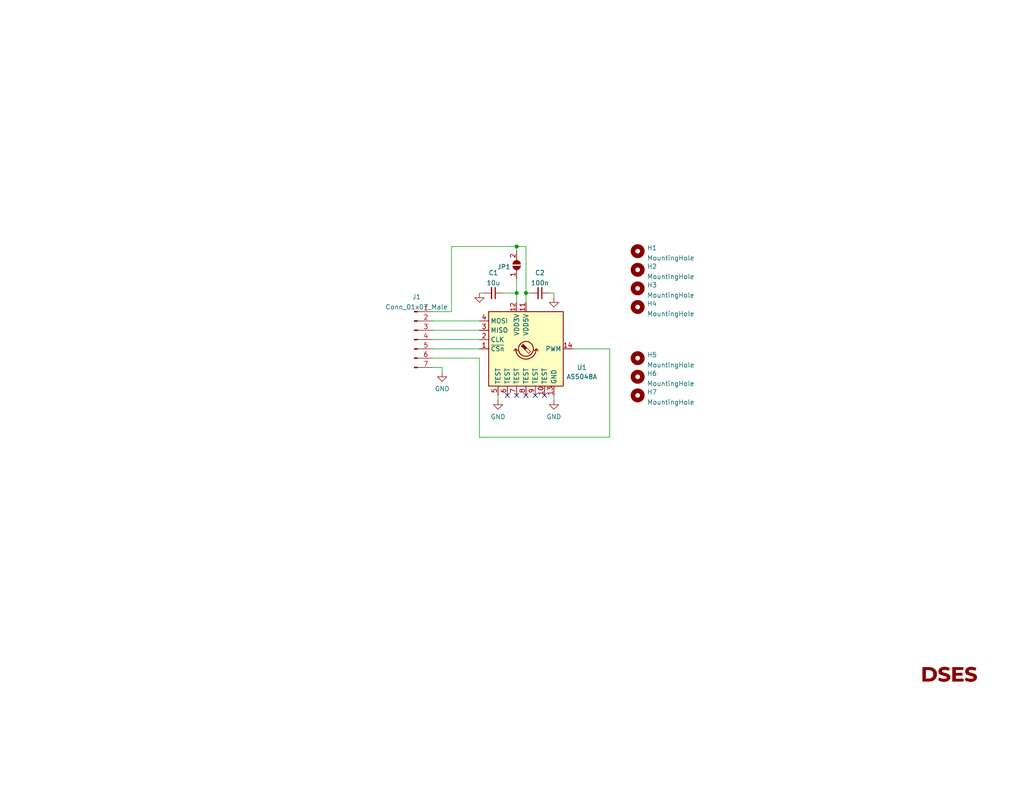
<source format=kicad_sch>
(kicad_sch (version 20211123) (generator eeschema)
  (paper "USLetter")
  (title_block (title "Encoder") (date "2022-01-17") (rev "1") (company "Deep Space Exploration Society") (comment 1 "Designed by Hans Gaensbauer"))
  (lib_symbols
    (symbol "Connector:Conn_01x07_Male" (pin_names (offset 1.016) hide)
      (property "Reference" "J" (at 0 10.16 0))
      (property "Value" "Conn_01x07_Male" (at 0 -10.16 0))
      (symbol "Conn_01x07_Male_1_1"
        (polyline (pts (xy 1.27 -7.62) (xy 0.8636 -7.62)) (stroke (width 0.1524)))
        (polyline (pts (xy 1.27 -5.08) (xy 0.8636 -5.08)) (stroke (width 0.1524)))
        (polyline (pts (xy 1.27 -2.54) (xy 0.8636 -2.54)) (stroke (width 0.1524)))
        (polyline (pts (xy 1.27 0) (xy 0.8636 0)) (stroke (width 0.1524)))
        (polyline (pts (xy 1.27 2.54) (xy 0.8636 2.54)) (stroke (width 0.1524)))
        (polyline (pts (xy 1.27 5.08) (xy 0.8636 5.08)) (stroke (width 0.1524)))
        (polyline (pts (xy 1.27 7.62) (xy 0.8636 7.62)) (stroke (width 0.1524)))
        (rectangle (start 0.8636 -7.493) (end 0 -7.747) (stroke (width 0.1524)) (fill (type outline)))
        (rectangle (start 0.8636 -4.953) (end 0 -5.207) (stroke (width 0.1524)) (fill (type outline)))
        (rectangle (start 0.8636 -2.413) (end 0 -2.667) (stroke (width 0.1524)) (fill (type outline)))
        (rectangle (start 0.8636 0.127) (end 0 -0.127) (stroke (width 0.1524)) (fill (type outline)))
        (rectangle (start 0.8636 2.667) (end 0 2.413) (stroke (width 0.1524)) (fill (type outline)))
        (rectangle (start 0.8636 5.207) (end 0 4.953) (stroke (width 0.1524)) (fill (type outline)))
        (rectangle (start 0.8636 7.747) (end 0 7.493) (stroke (width 0.1524)) (fill (type outline)))
        (pin passive line (at 5.08 7.62 180) (length 3.81) (name "Pin_1") (number "1"))
        (pin passive line (at 5.08 5.08 180) (length 3.81) (name "Pin_2") (number "2"))
        (pin passive line (at 5.08 2.54 180) (length 3.81) (name "Pin_3") (number "3"))
        (pin passive line (at 5.08 0 180) (length 3.81) (name "Pin_4") (number "4"))
        (pin passive line (at 5.08 -2.54 180) (length 3.81) (name "Pin_5") (number "5"))
        (pin passive line (at 5.08 -5.08 180) (length 3.81) (name "Pin_6") (number "6"))
        (pin passive line (at 5.08 -7.62 180) (length 3.81) (name "Pin_7") (number "7"))
      )
    )
    (symbol "Device:C_Small" (pin_numbers hide) (pin_names (offset 0.254) hide)
      (property "Reference" "C" (at 0.254 1.778 0))
      (property "Value" "C_Small" (at 0.254 -2.032 0))
      (symbol "C_Small_0_1"
        (polyline (pts (xy -1.524 -0.508) (xy 1.524 -0.508)) (stroke (width 0.3302)))
        (polyline (pts (xy -1.524 0.508) (xy 1.524 0.508)) (stroke (width 0.3048)))
      )
      (symbol "C_Small_1_1"
        (pin passive line (at 0 2.54 270) (length 2.032) (name "~") (number "1"))
        (pin passive line (at 0 -2.54 90) (length 2.032) (name "~") (number "2"))
      )
    )
    (symbol "Jumper:SolderJumper_2_Open" (pin_names (offset 0) hide)
      (property "Reference" "JP" (at 0 2.032 0))
      (property "Value" "SolderJumper_2_Open" (at 0 -2.54 0))
      (symbol "SolderJumper_2_Open_0_1"
        (arc (start -0.254 1.016) (mid -1.27 0) (end -0.254 -1.016))
        (arc (start -0.254 1.016) (mid -1.27 0) (end -0.254 -1.016) (fill (type outline)))
        (polyline (pts (xy -0.254 1.016) (xy -0.254 -1.016)))
        (polyline (pts (xy 0.254 1.016) (xy 0.254 -1.016)))
        (arc (start 0.254 -1.016) (mid 1.27 0) (end 0.254 1.016))
        (arc (start 0.254 -1.016) (mid 1.27 0) (end 0.254 1.016) (fill (type outline)))
      )
      (symbol "SolderJumper_2_Open_1_1"
        (pin passive line (at -3.81 0 0) (length 2.54) (name "A") (number "1"))
        (pin passive line (at 3.81 0 180) (length 2.54) (name "B") (number "2"))
      )
    )
    (symbol "Mechanical:MountingHole" (pin_names (offset 1.016))
      (property "Reference" "H" (at 0 5.08 0))
      (property "Value" "MountingHole" (at 0 3.175 0))
      (symbol "MountingHole_0_1"
        (circle (center 0 0) (radius 1.27) (stroke (width 1.27)))
      )
    )
    (symbol "Sensor_Magnetic:AS5048A"
      (property "Reference" "U" (at -10.16 11.43 0))
      (property "Value" "AS5048A" (at 10.16 11.43 0))
      (symbol "AS5048A_0_1"
        (rectangle (start -10.16 10.16) (end 10.16 -10.16) (stroke (width 0.254)) (fill (type background)))
        (arc (start -2.794 0) (mid 0 -2.794) (end 2.794 0) (stroke (width 0.254)))
        (polyline (pts (xy -2.794 0) (xy -3.302 -0.508)) (stroke (width 0.254)))
        (polyline (pts (xy -2.794 0) (xy -2.286 -0.508)) (stroke (width 0.254)))
        (polyline (pts (xy 2.794 0) (xy 2.286 -0.508)) (stroke (width 0.254)))
        (polyline (pts (xy 2.794 0) (xy 3.302 -0.508)) (stroke (width 0.254)))
      )
      (symbol "AS5048A_1_1"
        (polyline (pts (xy 0.254 0.254) (xy 1.27 -0.762) (xy 0.762 -1.27) (xy -0.254 -0.254)))
        (polyline (pts (xy -0.762 1.27) (xy 0.254 0.254) (xy -0.254 -0.254) (xy -1.27 0.762) (xy -1.016 1.016) (xy -0.762 1.27) (xy -0.635 1.143)) (fill (type outline)))
        (circle (center 0 0) (radius 2.032) (stroke (width 0.254)))
        (pin input line (at -12.7 0 0) (length 2.54) (name "~{CSn}") (number "1"))
        (pin passive line (at 5.08 -12.7 90) (length 2.54) (name "TEST") (number "10"))
        (pin power_in line (at 0 12.7 270) (length 2.54) (name "VDD5V") (number "11"))
        (pin power_in line (at -2.54 12.7 270) (length 2.54) (name "VDD3V") (number "12"))
        (pin power_in line (at 7.62 -12.7 90) (length 2.54) (name "GND") (number "13"))
        (pin output line (at 12.7 0 180) (length 2.54) (name "PWM") (number "14"))
        (pin input line (at -12.7 2.54 0) (length 2.54) (name "CLK") (number "2"))
        (pin output line (at -12.7 5.08 0) (length 2.54) (name "MISO") (number "3"))
        (pin input line (at -12.7 7.62 0) (length 2.54) (name "MOSI") (number "4"))
        (pin passive line (at -7.62 -12.7 90) (length 2.54) (name "TEST") (number "5"))
        (pin passive line (at -5.08 -12.7 90) (length 2.54) (name "TEST") (number "6"))
        (pin passive line (at -2.54 -12.7 90) (length 2.54) (name "TEST") (number "7"))
        (pin passive line (at 0 -12.7 90) (length 2.54) (name "TEST") (number "8"))
        (pin passive line (at 2.54 -12.7 90) (length 2.54) (name "TEST") (number "9"))
      )
    )
    (symbol "interferometer:DSES-Logo" (pin_names (offset 1.016))
      (symbol "DSES-Logo_0_0"
        (polyline (pts (xy 3.7893 -1.5428) (xy 3.802 -1.1745) (xy 2.7371 -1.1857) (xy 1.6721 -1.1969) (xy 1.6721 -0.2787) (xy 3.5034 -0.2787) (xy 3.5034 0.418) (xy 2.5878 0.4038) (xy 1.6721 0.3896) (xy 1.6721 1.2739) (xy 3.6917 1.2739) (xy 3.717 1.4587) (xy 3.7214 1.4936) (xy 3.7363 1.6611) (xy 3.7423 1.817) (xy 3.7423 1.9906) (xy 0.7962 1.9906) (xy 0.7962 -1.911) (xy 3.7767 -1.911) (xy 3.7893 -1.5428)) (stroke (width 0.01)) (fill (type outline)))
        (polyline (pts (xy -6.3401 -1.9103) (xy -6.1675 -1.9099) (xy -5.8262 -1.9065) (xy -5.5516 -1.8993) (xy -5.335 -1.888) (xy -5.1673 -1.8721) (xy -5.0397 -1.8513) (xy -4.6543 -1.7352) (xy -4.3097 -1.5595) (xy -4.0174 -1.3309) (xy -3.7821 -1.0549) (xy -3.6082 -0.737) (xy -3.5006 -0.3826) (xy -3.4636 0.0029) (xy -3.4636 0.0062) (xy -3.4993 0.4174) (xy -3.6032 0.7894) (xy -3.7722 1.1185) (xy -4.0034 1.4008) (xy -4.2937 1.6328) (xy -4.6402 1.8107) (xy -5.0397 1.9309) (xy -5.0911 1.9406) (xy -5.2352 1.9592) (xy -5.4232 1.973) (xy -5.6641 1.9825) (xy -5.9667 1.9879) (xy -6.3401 1.9899) (xy -7.3652 1.9906) (xy -7.3652 -1.1614) (xy -6.4894 -1.1614) (xy -6.4894 1.2597) (xy -6.141 1.2464) (xy -6.0194 1.2418) (xy -5.7495 1.231) (xy -5.5432 1.2213) (xy -5.3889 1.2111) (xy -5.2749 1.1991) (xy -5.1897 1.1836) (xy -5.1217 1.1634) (xy -5.0593 1.137) (xy -4.9909 1.1029) (xy -4.9015 1.0525) (xy -4.6757 0.8687) (xy -4.5122 0.6366) (xy -4.4128 0.3592) (xy -4.3793 0.0398) (xy -4.3826 -0.0642) (xy -4.437 -0.3716) (xy -4.5574 -0.6359) (xy -4.7425 -0.8549) (xy -4.9909 -1.0263) (xy -5.0354 -1.0491) (xy -5.1117 -1.0832) (xy -5.1908 -1.1074) (xy -5.2881 -1.1237) (xy -5.4189 -1.1344) (xy -5.5985 -1.1416) (xy -5.8424 -1.1475) (xy -6.4894 -1.1614) (xy -7.3652 -1.1614) (xy -7.3652 -1.911) (xy -6.3401 -1.9103)) (stroke (width 0.01)) (fill (type outline)))
        (polyline (pts (xy -1.2796 -1.9625) (xy -1.0198 -1.9362) (xy -0.8056 -1.8947) (xy -0.605 -1.8237) (xy -0.3599 -1.689) (xy -0.1484 -1.5187) (xy 0.0141 -1.3255) (xy 0.1124 -1.1225) (xy 0.1464 -0.9547) (xy 0.157 -0.7308) (xy 0.1357 -0.5143) (xy 0.0838 -0.3384) (xy 0.0763 -0.3226) (xy -0.0168 -0.1706) (xy -0.1429 -0.04) (xy -0.3114 0.0745) (xy -0.5316 0.1783) (xy -0.8126 0.2766) (xy -1.1639 0.3747) (xy -1.3013 0.4103) (xy -1.5635 0.4821) (xy -1.7606 0.5447) (xy -1.9018 0.6032) (xy -1.9959 0.6627) (xy -2.052 0.7283) (xy -2.0791 0.8052) (xy -2.0862 0.8984) (xy -2.0855 0.9188) (xy -2.0385 1.0671) (xy -1.9263 1.1914) (xy -1.7616 1.2772) (xy -1.7506 1.2806) (xy -1.6275 1.3002) (xy -1.45 1.309) (xy -1.24 1.3057) (xy -1.1167 1.2988) (xy -0.9226 1.2773) (xy -0.7599 1.2399) (xy -0.5972 1.1804) (xy -0.5917 1.1781) (xy -0.4587 1.1234) (xy -0.3547 1.0823) (xy -0.302 1.0635) (xy -0.2922 1.068) (xy -0.2518 1.1243) (xy -0.1949 1.2314) (xy -0.1304 1.3732) (xy 0.0048 1.6913) (xy -0.0812 1.7609) (xy -0.1563 1.8051) (xy -0.2838 1.8607) (xy -0.4319 1.9128) (xy -0.5184 1.9384) (xy -0.9298 2.0262) (xy -1.331 2.058) (xy -1.7114 2.035) (xy -2.0609 1.9584) (xy -2.369 1.8295) (xy -2.6253 1.6495) (xy -2.8006 1.4535) (xy -2.921 1.2152) (xy -2.9757 0.9367) (xy -2.9806 0.8446) (xy -2.9634 0.6016) (xy -2.8957 0.3918) (xy -2.7728 0.2107) (xy -2.5899 0.0536) (xy -2.342 -0.0838) (xy -2.0244 -0.2061) (xy -1.6323 -0.3179) (xy -1.3672 -0.3876) (xy -1.1239 -0.4628) (xy -0.9457 -0.5355) (xy -0.825 -0.6106) (xy -0.7546 -0.6929) (xy -0.7268 -0.7872) (xy -0.7344 -0.8984) (xy -0.7618 -0.9898) (xy -0.8369 -1.0931) (xy -0.962 -1.1642) (xy -1.1461 -1.2076) (xy -1.3984 -1.2278) (xy -1.5817 -1.2295) (xy -1.9168 -1.1991) (xy -2.2232 -1.1189) (xy -2.5274 -0.9831) (xy -2.7721 -0.8531) (xy -2.9089 -1.1686) (xy -2.9339 -1.2264) (xy -2.9932 -1.3636) (xy -3.0368 -1.465) (xy -3.0568 -1.5122) (xy -3.0573 -1.5142) (xy -3.0259 -1.5508) (xy -2.9391 -1.6066) (xy -2.8145 -1.673) (xy -2.6694 -1.7412) (xy -2.5211 -1.8025) (xy -2.3872 -1.8481) (xy -2.3004 -1.8714) (xy -2.1091 -1.9153) (xy -1.9293 -1.949) (xy -1.8041 -1.9633) (xy -1.552 -1.9721) (xy -1.2796 -1.9625)) (stroke (width 0.01)) (fill (type outline)))
        (polyline (pts (xy 6.006 -1.9625) (xy 6.2657 -1.9362) (xy 6.4799 -1.8947) (xy 6.6806 -1.8237) (xy 6.9257 -1.689) (xy 7.1372 -1.5187) (xy 7.2997 -1.3255) (xy 7.398 -1.1225) (xy 7.432 -0.9547) (xy 7.4426 -0.7308) (xy 7.4213 -0.5143) (xy 7.3693 -0.3384) (xy 7.3618 -0.3226) (xy 7.2688 -0.1706) (xy 7.1427 -0.04) (xy 6.9742 0.0745) (xy 6.754 0.1783) (xy 6.4729 0.2766) (xy 6.1217 0.3747) (xy 5.9842 0.4103) (xy 5.7221 0.4821) (xy 5.525 0.5447) (xy 5.3838 0.6032) (xy 5.2897 0.6627) (xy 5.2335 0.7283) (xy 5.2065 0.8052) (xy 5.1994 0.8984) (xy 5.2001 0.9188) (xy 5.2471 1.0671) (xy 5.3592 1.1914) (xy 5.524 1.2772) (xy 5.535 1.2806) (xy 5.6581 1.3002) (xy 5.8356 1.309) (xy 6.0456 1.3057) (xy 6.1689 1.2988) (xy 6.363 1.2773) (xy 6.5256 1.2399) (xy 6.6884 1.1804) (xy 6.6938 1.1781) (xy 6.8269 1.1234) (xy 6.9309 1.0823) (xy 6.9836 1.0635) (xy 6.9934 1.068) (xy 7.0338 1.1243) (xy 7.0907 1.2314) (xy 7.1552 1.3732) (xy 7.2904 1.6913) (xy 7.2044 1.7609) (xy 7.1293 1.8051) (xy 7.0017 1.8607) (xy 6.8537 1.9128) (xy 6.7671 1.9384) (xy 6.3557 2.0262) (xy 5.9546 2.058) (xy 5.5742 2.035) (xy 5.2247 1.9584) (xy 4.9166 1.8295) (xy 4.6603 1.6495) (xy 4.485 1.4535) (xy 4.3646 1.2152) (xy 4.3099 0.9367) (xy 4.305 0.8446) (xy 4.3222 0.6016) (xy 4.3899 0.3918) (xy 4.5127 0.2107) (xy 4.6957 0.0536) (xy 4.9435 -0.0838) (xy 5.2611 -0.2061) (xy 5.6533 -0.3179) (xy 5.9184 -0.3876) (xy 6.1617 -0.4628) (xy 6.3399 -0.5355) (xy 6.4605 -0.6106) (xy 6.531 -0.6929) (xy 6.5588 -0.7872) (xy 6.5512 -0.8984) (xy 6.5238 -0.9898) (xy 6.4487 -1.0931) (xy 6.3236 -1.1642) (xy 6.1395 -1.2076) (xy 5.8872 -1.2278) (xy 5.7039 -1.2295) (xy 5.3688 -1.1991) (xy 5.0623 -1.1189) (xy 4.7582 -0.9831) (xy 4.5135 -0.8531) (xy 4.3767 -1.1686) (xy 4.3517 -1.2264) (xy 4.2924 -1.3636) (xy 4.2487 -1.465) (xy 4.2288 -1.5122) (xy 4.2283 -1.5142) (xy 4.2597 -1.5508) (xy 4.3465 -1.6066) (xy 4.4711 -1.673) (xy 4.6162 -1.7412) (xy 4.7645 -1.8025) (xy 4.8984 -1.8481) (xy 4.9852 -1.8714) (xy 5.1765 -1.9153) (xy 5.3562 -1.949) (xy 5.4815 -1.9633) (xy 5.7336 -1.9721) (xy 6.006 -1.9625)) (stroke (width 0.01)) (fill (type outline)))
      )
    )
    (symbol "power:GND" (power) (pin_names (offset 0))
      (property "Value" "GND" (at 0 -3.81 0))
      (symbol "GND_0_1"
        (polyline (pts (xy 0 0) (xy 0 -1.27) (xy 1.27 -1.27) (xy 0 -2.54) (xy -1.27 -1.27) (xy 0 -1.27)))
      )
      (symbol "GND_1_1"
        (pin power_in line (at 0 0 270) (length 0) hide (name "GND") (number "1"))
      )
    )
  )
  (junction (at 143.51 80.01))
  (junction (at 140.97 80.01))
  (junction (at 140.97 67.31))
  (no_connect (at 138.43 107.95))
  (no_connect (at 140.97 107.95))
  (no_connect (at 143.51 107.95))
  (no_connect (at 146.05 107.95))
  (no_connect (at 148.59 107.95))
  (wire (pts (xy 118.11 97.79) (xy 130.81 97.79)))
  (wire (pts (xy 123.19 85.09) (xy 123.19 67.31)))
  (wire (pts (xy 118.11 87.63) (xy 130.81 87.63)))
  (wire (pts (xy 130.81 119.38) (xy 130.81 97.79)))
  (wire (pts (xy 140.97 67.31) (xy 140.97 68.58)))
  (wire (pts (xy 123.19 67.31) (xy 140.97 67.31)))
  (wire (pts (xy 151.13 107.95) (xy 151.13 109.22)))
  (wire (pts (xy 118.11 92.71) (xy 130.81 92.71)))
  (wire (pts (xy 151.13 80.01) (xy 149.86 80.01)))
  (wire (pts (xy 166.37 119.38) (xy 130.81 119.38)))
  (wire (pts (xy 118.11 95.25) (xy 130.81 95.25)))
  (wire (pts (xy 151.13 81.28) (xy 151.13 80.01)))
  (wire (pts (xy 135.89 107.95) (xy 135.89 109.22)))
  (wire (pts (xy 120.65 101.6) (xy 120.65 100.33)))
  (wire (pts (xy 137.16 80.01) (xy 140.97 80.01)))
  (wire (pts (xy 140.97 82.55) (xy 140.97 80.01)))
  (wire (pts (xy 166.37 95.25) (xy 166.37 119.38)))
  (wire (pts (xy 156.21 95.25) (xy 166.37 95.25)))
  (wire (pts (xy 143.51 67.31) (xy 143.51 80.01)))
  (wire (pts (xy 143.51 80.01) (xy 144.78 80.01)))
  (wire (pts (xy 143.51 80.01) (xy 143.51 82.55)))
  (wire (pts (xy 120.65 100.33) (xy 118.11 100.33)))
  (wire (pts (xy 118.11 85.09) (xy 123.19 85.09)))
  (wire (pts (xy 143.51 67.31) (xy 140.97 67.31)))
  (wire (pts (xy 140.97 76.2) (xy 140.97 80.01)))
  (wire (pts (xy 130.81 80.01) (xy 132.08 80.01)))
  (wire (pts (xy 118.11 90.17) (xy 130.81 90.17)))
  (symbol (lib_id "Mechanical:MountingHole") (at 173.99 102.87 0) (unit 1)
    (property "Reference" "H6" (at 176.53 101.9615 0) (effects (justify left)))
    (property "Value" "MountingHole" (at 176.53 104.7366 0) (effects (justify left)))
    (property "Footprint" "MountingHole:MountingHole_3.2mm_M3" (effects hide))
  )
  (symbol (lib_id "power:GND") (at 120.65 101.6 0) (unit 1)
    (property "Reference" "#PWR01" (effects hide))
    (property "Value" "GND" (at 120.65 106.1625 0))
  )
  (symbol (lib_id "Mechanical:MountingHole") (at 173.99 107.95 0) (unit 1)
    (property "Reference" "H7" (at 176.53 107.0415 0) (effects (justify left)))
    (property "Value" "MountingHole" (at 176.53 109.8166 0) (effects (justify left)))
    (property "Footprint" "MountingHole:MountingHole_3.2mm_M3" (effects hide))
  )
  (symbol (lib_id "power:GND") (at 130.81 80.01 0) (unit 1)
    (property "Reference" "#PWR02" (effects hide))
    (property "Value" "GND" (effects hide))
  )
  (symbol (lib_id "power:GND") (at 151.13 81.28 0) (unit 1)
    (property "Reference" "#PWR04" (effects hide))
    (property "Value" "GND" (effects hide))
  )
  (symbol (lib_id "power:GND") (at 151.13 109.22 0) (unit 1)
    (property "Reference" "#PWR05" (effects hide))
    (property "Value" "GND" (at 151.13 113.7825 0))
  )
  (symbol (lib_id "Mechanical:MountingHole") (at 173.99 73.66 0) (unit 1)
    (property "Reference" "H2" (at 176.53 72.7515 0) (effects (justify left)))
    (property "Value" "MountingHole" (at 176.53 75.5266 0) (effects (justify left)))
    (property "Footprint" "MountingHole:MountingHole_3.2mm_M3" (effects hide))
  )
  (symbol (lib_id "interferometer:DSES-Logo") (at 259.08 184.15 0) (unit 1)
    (property "Reference" "G1" (effects hide))
    (property "Value" "DSES-Logo" (effects hide))
    (property "Footprint" "interferometer:dses-logo" (effects hide))
    (property "Datasheet" "http://dses.science/" (effects hide))
  )
  (symbol (lib_id "Device:C_Small") (at 147.32 80.01 270) (unit 1)
    (property "Reference" "C2" (at 147.3136 74.4814 90))
    (property "Value" "100n" (at 147.3136 77.2565 90))
    (property "Footprint" "Capacitor_SMD:C_1206_3216Metric" (effects hide))
  )
  (symbol (lib_id "Mechanical:MountingHole") (at 173.99 78.74 0) (unit 1)
    (property "Reference" "H3" (at 176.53 77.8315 0) (effects (justify left)))
    (property "Value" "MountingHole" (at 176.53 80.6066 0) (effects (justify left)))
    (property "Footprint" "MountingHole:MountingHole_3.2mm_M3" (effects hide))
  )
  (symbol (lib_id "Mechanical:MountingHole") (at 173.99 83.82 0) (unit 1)
    (property "Reference" "H4" (at 176.53 82.9115 0) (effects (justify left)))
    (property "Value" "MountingHole" (at 176.53 85.6866 0) (effects (justify left)))
    (property "Footprint" "MountingHole:MountingHole_3.2mm_M3" (effects hide))
  )
  (symbol (lib_id "Connector:Conn_01x07_Male") (at 113.03 92.71 0) (unit 1)
    (property "Reference" "J1" (at 113.665 81.0473 0))
    (property "Value" "Conn_01x07_Male" (at 113.665 83.8224 0))
    (property "Footprint" "Connector_PinHeader_2.54mm:PinHeader_1x07_P2.54mm_Vertical" (effects hide))
  )
  (symbol (lib_id "Jumper:SolderJumper_2_Open") (at 140.97 72.39 270) (mirror x) (unit 1)
    (property "Reference" "JP1" (at 139.319 72.869 90) (effects (justify right)))
    (property "Value" "SolderJumper_2_Open" (effects hide))
    (property "Footprint" "Jumper:SolderJumper-2_P1.3mm_Open_Pad1.0x1.5mm" (effects hide))
  )
  (symbol (lib_id "Mechanical:MountingHole") (at 173.99 68.58 0) (unit 1)
    (property "Reference" "H1" (at 176.53 67.6715 0) (effects (justify left)))
    (property "Value" "MountingHole" (at 176.53 70.4466 0) (effects (justify left)))
    (property "Footprint" "MountingHole:MountingHole_3.2mm_M3" (effects hide))
  )
  (symbol (lib_id "Sensor_Magnetic:AS5048A") (at 143.51 95.25 0) (unit 1)
    (property "Reference" "U1" (at 158.75 100.33 0))
    (property "Value" "AS5048A" (at 158.75 102.87 0))
    (property "Footprint" "Package_SO:TSSOP-14_4.4x5mm_P0.65mm" (effects hide))
    (property "Datasheet" "https://ams.com/documents/20143/36005/AS5048_DS000298_4-00.pdf" (effects hide))
  )
  (symbol (lib_id "Device:C_Small") (at 134.62 80.01 270) (unit 1)
    (property "Reference" "C1" (at 134.6136 74.4814 90))
    (property "Value" "10u" (at 134.6136 77.2565 90))
    (property "Footprint" "Capacitor_SMD:C_0805_2012Metric" (effects hide))
  )
  (symbol (lib_id "power:GND") (at 135.89 109.22 0) (unit 1)
    (property "Reference" "#PWR03" (effects hide))
    (property "Value" "GND" (at 135.89 113.7825 0))
  )
  (symbol (lib_id "Mechanical:MountingHole") (at 173.99 97.79 0) (unit 1)
    (property "Reference" "H5" (at 176.53 96.8815 0) (effects (justify left)))
    (property "Value" "MountingHole" (at 176.53 99.6566 0) (effects (justify left)))
    (property "Footprint" "MountingHole:MountingHole_3.2mm_M3" (effects hide))
  )
)
</source>
